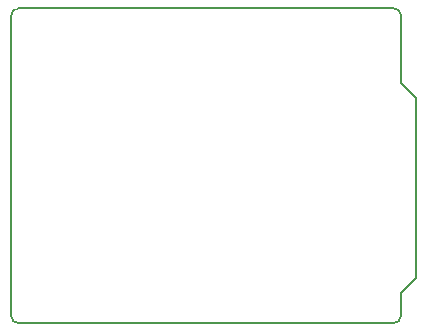
<source format=gm1>
G04 #@! TF.GenerationSoftware,KiCad,Pcbnew,7.0.7*
G04 #@! TF.CreationDate,2023-10-21T10:48:55+02:00*
G04 #@! TF.ProjectId,halfduino,68616c66-6475-4696-9e6f-2e6b69636164,rev?*
G04 #@! TF.SameCoordinates,Original*
G04 #@! TF.FileFunction,Profile,NP*
%FSLAX46Y46*%
G04 Gerber Fmt 4.6, Leading zero omitted, Abs format (unit mm)*
G04 Created by KiCad (PCBNEW 7.0.7) date 2023-10-21 10:48:55*
%MOMM*%
%LPD*%
G01*
G04 APERTURE LIST*
G04 #@! TA.AperFunction,Profile*
%ADD10C,0.150000*%
G04 #@! TD*
G04 APERTURE END LIST*
D10*
X84455000Y-60960000D02*
X116205000Y-60960000D01*
X116840000Y-67310000D02*
X118110000Y-68580000D01*
X116840000Y-61595000D02*
G75*
G03*
X116205000Y-60960000I-635000J0D01*
G01*
X83820000Y-86995000D02*
G75*
G03*
X84455000Y-87630000I635000J0D01*
G01*
X116205000Y-87630000D02*
G75*
G03*
X116840000Y-86995000I0J635000D01*
G01*
X118110000Y-83820000D02*
X116840000Y-85090000D01*
X84455000Y-60960000D02*
G75*
G03*
X83820000Y-61595000I0J-635000D01*
G01*
X116840000Y-61595000D02*
X116840000Y-67310000D01*
X116840000Y-85090000D02*
X116840000Y-86995000D01*
X118110000Y-68580000D02*
X118110000Y-83820000D01*
X116205000Y-87630000D02*
X84455000Y-87630000D01*
X83820000Y-86995000D02*
X83820000Y-61595000D01*
M02*

</source>
